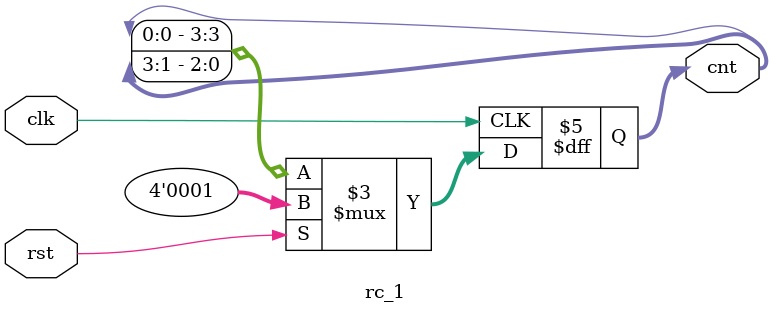
<source format=v>
`timescale 1ns / 1ps

module rc_1(clk,rst,cnt);
input clk,rst;
output reg [3:0]cnt;

always@(posedge clk)
begin
if (rst) 
cnt <= 1;
else
cnt <= {cnt[0],cnt[3:1]};
end
endmodule

</source>
